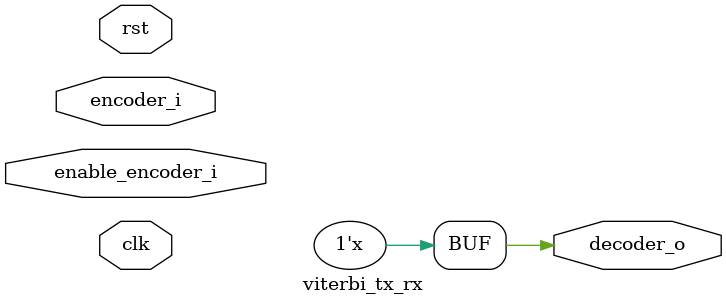
<source format=v>
/* Generated by Yosys 0.18+10 (git sha1 e9e2c024c, gcc 11.2.1 -fPIC -Os) */

module viterbi_tx_rx(clk, rst, encoder_i, enable_encoder_i, decoder_o);
  input clk;
  output decoder_o;
  input enable_encoder_i;
  input encoder_i;
  input rst;
  (* src = "/nfs_scratch/scratch/CompilerValidation/abdul_hameed/repo_changes_to_newfalg/Validation/RTL_testcases/RTL_Benchmarks_Gap_Analysis/viterb_encoder_and_decoder/EDA-2439/./rtl/viterbi_tx_rx.v:8.13-8.16" *)
  (* src = "/nfs_scratch/scratch/CompilerValidation/abdul_hameed/repo_changes_to_newfalg/Validation/RTL_testcases/RTL_Benchmarks_Gap_Analysis/viterb_encoder_and_decoder/EDA-2439/./rtl/viterbi_tx_rx.v:8.13-8.16" *)
  wire clk;
  (* src = "/nfs_scratch/scratch/CompilerValidation/abdul_hameed/repo_changes_to_newfalg/Validation/RTL_testcases/RTL_Benchmarks_Gap_Analysis/viterb_encoder_and_decoder/EDA-2439/./rtl/viterbi_tx_rx.v:12.13-12.22" *)
  (* src = "/nfs_scratch/scratch/CompilerValidation/abdul_hameed/repo_changes_to_newfalg/Validation/RTL_testcases/RTL_Benchmarks_Gap_Analysis/viterb_encoder_and_decoder/EDA-2439/./rtl/viterbi_tx_rx.v:12.13-12.22" *)
  wire decoder_o;
  (* src = "/nfs_scratch/scratch/CompilerValidation/abdul_hameed/repo_changes_to_newfalg/Validation/RTL_testcases/RTL_Benchmarks_Gap_Analysis/viterb_encoder_and_decoder/EDA-2439/./rtl/viterbi_tx_rx.v:11.13-11.29" *)
  (* src = "/nfs_scratch/scratch/CompilerValidation/abdul_hameed/repo_changes_to_newfalg/Validation/RTL_testcases/RTL_Benchmarks_Gap_Analysis/viterb_encoder_and_decoder/EDA-2439/./rtl/viterbi_tx_rx.v:11.13-11.29" *)
  wire enable_encoder_i;
  (* src = "/nfs_scratch/scratch/CompilerValidation/abdul_hameed/repo_changes_to_newfalg/Validation/RTL_testcases/RTL_Benchmarks_Gap_Analysis/viterb_encoder_and_decoder/EDA-2439/./rtl/viterbi_tx_rx.v:10.13-10.22" *)
  (* src = "/nfs_scratch/scratch/CompilerValidation/abdul_hameed/repo_changes_to_newfalg/Validation/RTL_testcases/RTL_Benchmarks_Gap_Analysis/viterb_encoder_and_decoder/EDA-2439/./rtl/viterbi_tx_rx.v:10.13-10.22" *)
  wire encoder_i;
  (* src = "/nfs_scratch/scratch/CompilerValidation/abdul_hameed/repo_changes_to_newfalg/Validation/RTL_testcases/RTL_Benchmarks_Gap_Analysis/viterb_encoder_and_decoder/EDA-2439/./rtl/viterbi_tx_rx.v:9.13-9.16" *)
  (* src = "/nfs_scratch/scratch/CompilerValidation/abdul_hameed/repo_changes_to_newfalg/Validation/RTL_testcases/RTL_Benchmarks_Gap_Analysis/viterb_encoder_and_decoder/EDA-2439/./rtl/viterbi_tx_rx.v:9.13-9.16" *)
  wire rst;
  assign decoder_o = 1'hx;
endmodule

</source>
